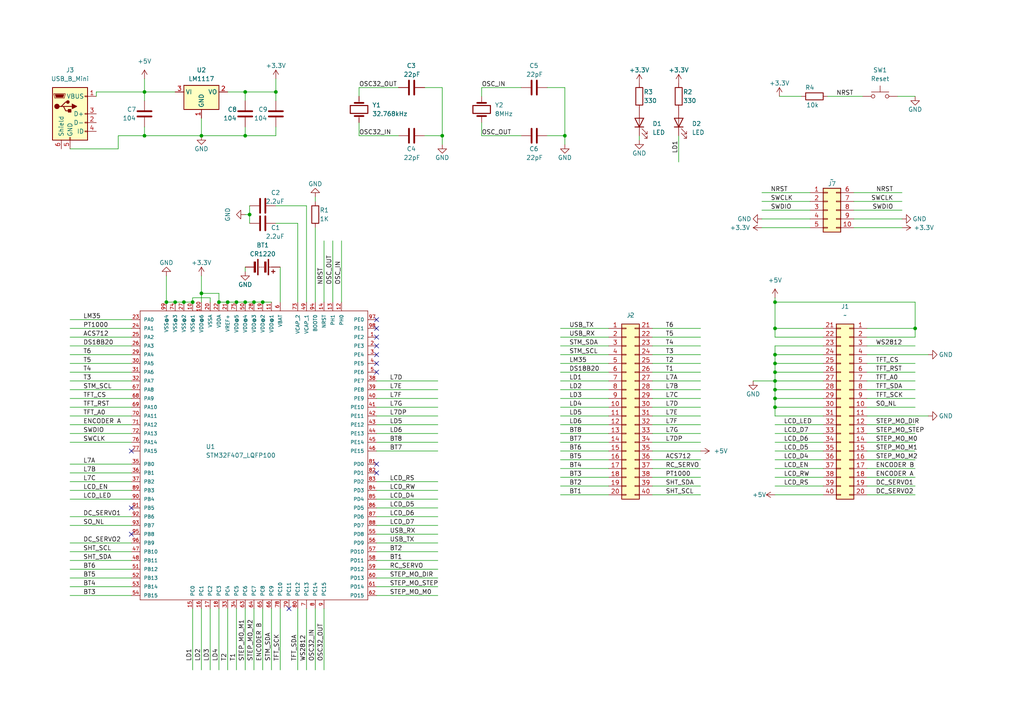
<source format=kicad_sch>
(kicad_sch (version 20231120) (generator "eeschema") (generator_version "8.0")
  (paper "A4")
  (lib_symbols
    (symbol "Connector:USB_B_Mini" (pin_names (offset 1.016))
      (property "Reference" "J" (at -5.08 11.43 0))
      (property "Value" "USB_B_Mini" (at -5.08 8.89 0))
      (symbol "USB_B_Mini_1_1"
        (pin power_out line (at 7.62 5.08 180) (length 2.54) (name "VBUS") (number "1"))
        (pin bidirectional line (at 7.62 -2.54 180) (length 2.54) (name "D-") (number "2"))
        (pin bidirectional line (at 7.62 0 180) (length 2.54) (name "D+") (number "3"))
        (pin passive line (at 7.62 -5.08 180) (length 2.54) (name "ID") (number "4"))
        (pin power_out line (at 0 -10.16 90) (length 2.54) (name "GND") (number "5"))
        (pin passive line (at -2.54 -10.16 90) (length 2.54) (name "Shield") (number "6"))
      )
    )
    (symbol "Connector_Generic:Conn_02x05_Top_Bottom" (pin_names (offset 1.016) hide)
      (property "Reference" "J" (at 1.27 7.62 0))
      (property "Value" "Conn_02x05_Top_Bottom" (at 1.27 -7.62 0))
      (symbol "Conn_02x05_Top_Bottom_1_1"
        (pin passive line (at -5.08 5.08 0) (length 3.81) (name "Pin_1") (number "1"))
        (pin passive line (at 7.62 -5.08 180) (length 3.81) (name "Pin_10") (number "10"))
        (pin passive line (at -5.08 2.54 0) (length 3.81) (name "Pin_2") (number "2"))
        (pin passive line (at -5.08 0 0) (length 3.81) (name "Pin_3") (number "3"))
        (pin passive line (at -5.08 -2.54 0) (length 3.81) (name "Pin_4") (number "4"))
        (pin passive line (at -5.08 -5.08 0) (length 3.81) (name "Pin_5") (number "5"))
        (pin passive line (at 7.62 5.08 180) (length 3.81) (name "Pin_6") (number "6"))
        (pin passive line (at 7.62 2.54 180) (length 3.81) (name "Pin_7") (number "7"))
        (pin passive line (at 7.62 0 180) (length 3.81) (name "Pin_8") (number "8"))
        (pin passive line (at 7.62 -2.54 180) (length 3.81) (name "Pin_9") (number "9"))
      )
    )
    (symbol "Connector_Generic:Conn_02x20_Top_Bottom" (pin_names (offset 1.016) hide)
      (property "Reference" "J" (at 1.27 25.4 0))
      (property "Value" "Conn_02x20_Top_Bottom" (at 1.27 -27.94 0))
      (symbol "Conn_02x20_Top_Bottom_1_1"
        (pin passive line (at -5.08 22.86 0) (length 3.81) (name "Pin_1") (number "1"))
        (pin passive line (at -5.08 0 0) (length 3.81) (name "Pin_10") (number "10"))
        (pin passive line (at -5.08 -2.54 0) (length 3.81) (name "Pin_11") (number "11"))
        (pin passive line (at -5.08 -5.08 0) (length 3.81) (name "Pin_12") (number "12"))
        (pin passive line (at -5.08 -7.62 0) (length 3.81) (name "Pin_13") (number "13"))
        (pin passive line (at -5.08 -10.16 0) (length 3.81) (name "Pin_14") (number "14"))
        (pin passive line (at -5.08 -12.7 0) (length 3.81) (name "Pin_15") (number "15"))
        (pin passive line (at -5.08 -15.24 0) (length 3.81) (name "Pin_16") (number "16"))
        (pin passive line (at -5.08 -17.78 0) (length 3.81) (name "Pin_17") (number "17"))
        (pin passive line (at -5.08 -20.32 0) (length 3.81) (name "Pin_18") (number "18"))
        (pin passive line (at -5.08 -22.86 0) (length 3.81) (name "Pin_19") (number "19"))
        (pin passive line (at -5.08 20.32 0) (length 3.81) (name "Pin_2") (number "2"))
        (pin passive line (at -5.08 -25.4 0) (length 3.81) (name "Pin_20") (number "20"))
        (pin passive line (at 7.62 22.86 180) (length 3.81) (name "Pin_21") (number "21"))
        (pin passive line (at 7.62 20.32 180) (length 3.81) (name "Pin_22") (number "22"))
        (pin passive line (at 7.62 17.78 180) (length 3.81) (name "Pin_23") (number "23"))
        (pin passive line (at 7.62 15.24 180) (length 3.81) (name "Pin_24") (number "24"))
        (pin passive line (at 7.62 12.7 180) (length 3.81) (name "Pin_25") (number "25"))
        (pin passive line (at 7.62 10.16 180) (length 3.81) (name "Pin_26") (number "26"))
        (pin passive line (at 7.62 7.62 180) (length 3.81) (name "Pin_27") (number "27"))
        (pin passive line (at 7.62 5.08 180) (length 3.81) (name "Pin_28") (number "28"))
        (pin passive line (at 7.62 2.54 180) (length 3.81) (name "Pin_29") (number "29"))
        (pin passive line (at -5.08 17.78 0) (length 3.81) (name "Pin_3") (number "3"))
        (pin passive line (at 7.62 0 180) (length 3.81) (name "Pin_30") (number "30"))
        (pin passive line (at 7.62 -2.54 180) (length 3.81) (name "Pin_31") (number "31"))
        (pin passive line (at 7.62 -5.08 180) (length 3.81) (name "Pin_32") (number "32"))
        (pin passive line (at 7.62 -7.62 180) (length 3.81) (name "Pin_33") (number "33"))
        (pin passive line (at 7.62 -10.16 180) (length 3.81) (name "Pin_34") (number "34"))
        (pin passive line (at 7.62 -12.7 180) (length 3.81) (name "Pin_35") (number "35"))
        (pin passive line (at 7.62 -15.24 180) (length 3.81) (name "Pin_36") (number "36"))
        (pin passive line (at 7.62 -17.78 180) (length 3.81) (name "Pin_37") (number "37"))
        (pin passive line (at 7.62 -20.32 180) (length 3.81) (name "Pin_38") (number "38"))
        (pin passive line (at 7.62 -22.86 180) (length 3.81) (name "Pin_39") (number "39"))
        (pin passive line (at -5.08 15.24 0) (length 3.81) (name "Pin_4") (number "4"))
        (pin passive line (at 7.62 -25.4 180) (length 3.81) (name "Pin_40") (number "40"))
        (pin passive line (at -5.08 12.7 0) (length 3.81) (name "Pin_5") (number "5"))
        (pin passive line (at -5.08 10.16 0) (length 3.81) (name "Pin_6") (number "6"))
        (pin passive line (at -5.08 7.62 0) (length 3.81) (name "Pin_7") (number "7"))
        (pin passive line (at -5.08 5.08 0) (length 3.81) (name "Pin_8") (number "8"))
        (pin passive line (at -5.08 2.54 0) (length 3.81) (name "Pin_9") (number "9"))
      )
    )
    (symbol "Device:Battery" (pin_numbers hide) (pin_names (offset 0) hide)
      (property "Reference" "BT" (at 2.54 2.54 0))
      (property "Value" "Battery" (at 2.54 0 0))
      (symbol "Battery_1_1"
        (pin passive line (at 0 5.08 270) (length 2.54) (name "+") (number "+"))
        (pin passive line (at 0 -5.08 90) (length 2.54) (name "-") (number "-"))
      )
    )
    (symbol "Device:C" (pin_numbers hide) (pin_names (offset 0.254))
      (property "Reference" "C" (at 0.635 2.54 0))
      (property "Value" "C" (at 0.635 -2.54 0))
      (symbol "C_1_1"
        (pin passive line (at 0 3.81 270) (length 2.794) (name "~") (number "1"))
        (pin passive line (at 0 -3.81 90) (length 2.794) (name "~") (number "2"))
      )
    )
    (symbol "Device:Crystal" (pin_numbers hide) (pin_names (offset 1.016) hide)
      (property "Reference" "Y" (at 0 3.81 0))
      (property "Value" "Crystal" (at 0 -3.81 0))
      (symbol "Crystal_1_1"
        (pin passive line (at -3.81 0 0) (length 1.27) (name "1") (number "1"))
        (pin passive line (at 3.81 0 180) (length 1.27) (name "2") (number "2"))
      )
    )
    (symbol "Device:LED" (pin_numbers hide) (pin_names (offset 1.016) hide)
      (property "Reference" "D" (at 0 2.54 0))
      (property "Value" "LED" (at 0 -2.54 0))
      (symbol "LED_1_1"
        (pin passive line (at -3.81 0 0) (length 2.54) (name "K") (number "1"))
        (pin passive line (at 3.81 0 180) (length 2.54) (name "A") (number "2"))
      )
    )
    (symbol "Device:R" (pin_numbers hide) (pin_names (offset 0))
      (property "Reference" "R" (at 2.032 0 90))
      (property "Value" "R" (at 0 0 90))
      (symbol "R_1_1"
        (pin passive line (at 0 3.81 270) (length 1.27) (name "~") (number "1"))
        (pin passive line (at 0 -3.81 90) (length 1.27) (name "~") (number "2"))
      )
    )
    (symbol "MCU-STM32F407VET6_LQFP100_:MCU-STM32F407VET6_LQFP100_" (pin_names (offset 1.016))
      (property "Reference" "U" (at -33.0701 43.2455 0))
      (symbol "MCU-STM32F407VET6_LQFP100__0_0"
        (pin bidirectional line (at 35.56 35.56 180) (length 2.54) (name "PE2") (number "1"))
        (pin bidirectional line (at -17.78 45.72 270) (length 2.54) (name "VSS@1") (number "10"))
        (pin bidirectional line (at -15.24 45.72 270) (length 2.54) (name "VDD@6") (number "100"))
        (pin bidirectional line (at 5.08 45.72 270) (length 2.54) (name "VDD@1") (number "11"))
        (pin bidirectional line (at 25.4 45.72 270) (length 2.54) (name "PH0") (number "12"))
        (pin bidirectional line (at 22.86 45.72 270) (length 2.54) (name "PH1") (number "13"))
        (pin bidirectional line (at 20.32 45.72 270) (length 2.54) (name "NRST") (number "14"))
        (pin bidirectional line (at -17.78 -43.18 90) (length 2.54) (name "PC0") (number "15"))
        (pin bidirectional line (at -15.24 -43.18 90) (length 2.54) (name "PC1") (number "16"))
        (pin bidirectional line (at -12.7 -43.18 90) (length 2.54) (name "PC2") (number "17"))
        (pin bidirectional line (at -10.16 -43.18 90) (length 2.54) (name "PC3") (number "18"))
        (pin bidirectional line (at 2.54 45.72 270) (length 2.54) (name "VDD@2") (number "19"))
        (pin bidirectional line (at 35.56 33.02 180) (length 2.54) (name "PE3") (number "2"))
        (pin bidirectional line (at -12.7 45.72 270) (length 2.54) (name "VSSA") (number "20"))
        (pin bidirectional line (at -7.62 45.72 270) (length 2.54) (name "VREF+") (number "21"))
        (pin bidirectional line (at -10.16 45.72 270) (length 2.54) (name "VDDA") (number "22"))
        (pin bidirectional line (at -35.56 40.64 0) (length 2.54) (name "PA0") (number "23"))
        (pin bidirectional line (at -35.56 38.1 0) (length 2.54) (name "PA1") (number "24"))
        (pin bidirectional line (at -35.56 35.56 0) (length 2.54) (name "PA2") (number "25"))
        (pin bidirectional line (at -35.56 33.02 0) (length 2.54) (name "PA3") (number "26"))
        (pin bidirectional line (at -20.32 45.72 270) (length 2.54) (name "VSS@2") (number "27"))
        (pin bidirectional line (at 0 45.72 270) (length 2.54) (name "VDD@3") (number "28"))
        (pin bidirectional line (at -35.56 30.48 0) (length 2.54) (name "PA4") (number "29"))
        (pin bidirectional line (at 35.56 30.48 180) (length 2.54) (name "PE4") (number "3"))
        (pin bidirectional line (at -35.56 27.94 0) (length 2.54) (name "PA5") (number "30"))
        (pin bidirectional line (at -35.56 25.4 0) (length 2.54) (name "PA6") (number "31"))
        (pin bidirectional line (at -35.56 22.86 0) (length 2.54) (name "PA7") (number "32"))
        (pin bidirectional line (at -7.62 -43.18 90) (length 2.54) (name "PC4") (number "33"))
        (pin bidirectional line (at -5.08 -43.18 90) (length 2.54) (name "PC5") (number "34"))
        (pin bidirectional line (at -35.56 -1.27 0) (length 2.54) (name "PB0") (number "35"))
        (pin bidirectional line (at -35.56 -3.81 0) (length 2.54) (name "PB1") (number "36"))
        (pin bidirectional line (at -35.56 -6.35 0) (length 2.54) (name "PB2") (number "37"))
        (pin bidirectional line (at 35.56 22.86 180) (length 2.54) (name "PE7") (number "38"))
        (pin bidirectional line (at 35.56 20.32 180) (length 2.54) (name "PE8") (number "39"))
        (pin bidirectional line (at 35.56 27.94 180) (length 2.54) (name "PE5") (number "4"))
        (pin bidirectional line (at 35.56 17.78 180) (length 2.54) (name "PE9") (number "40"))
        (pin bidirectional line (at 35.56 15.24 180) (length 2.54) (name "PE10") (number "41"))
        (pin bidirectional line (at 35.56 12.7 180) (length 2.54) (name "PE11") (number "42"))
        (pin bidirectional line (at 35.56 10.16 180) (length 2.54) (name "PE12") (number "43"))
        (pin bidirectional line (at 35.56 7.62 180) (length 2.54) (name "PE13") (number "44"))
        (pin bidirectional line (at 35.56 5.08 180) (length 2.54) (name "PE14") (number "45"))
        (pin bidirectional line (at 35.56 2.54 180) (length 2.54) (name "PE15") (number "46"))
        (pin bidirectional line (at -35.56 -26.67 0) (length 2.54) (name "PB10") (number "47"))
        (pin bidirectional line (at -35.56 -29.21 0) (length 2.54) (name "PB11") (number "48"))
        (pin bidirectional line (at 15.24 45.72 270) (length 2.54) (name "VCAP_1") (number "49"))
        (pin bidirectional line (at 35.56 25.4 180) (length 2.54) (name "PE6") (number "5"))
        (pin bidirectional line (at -2.54 45.72 270) (length 2.54) (name "VDD@4") (number "50"))
        (pin bidirectional line (at -35.56 -31.75 0) (length 2.54) (name "PB12") (number "51"))
        (pin bidirectional line (at -35.56 -34.29 0) (length 2.54) (name "PB13") (number "52"))
        (pin bidirectional line (at -35.56 -36.83 0) (length 2.54) (name "PB14") (number "53"))
        (pin bidirectional line (at -35.56 -39.37 0) (length 2.54) (name "PB15") (number "54"))
        (pin bidirectional line (at 35.56 -21.59 180) (length 2.54) (name "PD8") (number "55"))
        (pin bidirectional line (at 35.56 -24.13 180) (length 2.54) (name "PD9") (number "56"))
        (pin bidirectional line (at 35.56 -26.67 180) (length 2.54) (name "PD10") (number "57"))
        (pin bidirectional line (at 35.56 -29.21 180) (length 2.54) (name "PD11") (number "58"))
        (pin bidirectional line (at 35.56 -31.75 180) (length 2.54) (name "PD12") (number "59"))
        (pin bidirectional line (at 7.62 45.72 270) (length 2.54) (name "VBAT") (number "6"))
        (pin bidirectional line (at 35.56 -34.29 180) (length 2.54) (name "PD13") (number "60"))
        (pin bidirectional line (at 35.56 -36.83 180) (length 2.54) (name "PD14") (number "61"))
        (pin bidirectional line (at 35.56 -39.37 180) (length 2.54) (name "PD15") (number "62"))
        (pin bidirectional line (at -2.54 -43.18 90) (length 2.54) (name "PC6") (number "63"))
        (pin bidirectional line (at 0 -43.18 90) (length 2.54) (name "PC7") (number "64"))
        (pin bidirectional line (at 2.54 -43.18 90) (length 2.54) (name "PC8") (number "65"))
        (pin bidirectional line (at 5.08 -43.18 90) (length 2.54) (name "PC9") (number "66"))
        (pin bidirectional line (at -35.56 20.32 0) (length 2.54) (name "PA8") (number "67"))
        (pin bidirectional line (at -35.56 17.78 0) (length 2.54) (name "PA9") (number "68"))
        (pin bidirectional line (at -35.56 15.24 0) (length 2.54) (name "PA10") (number "69"))
        (pin bidirectional line (at 15.24 -43.18 90) (length 2.54) (name "PC13") (number "7"))
        (pin bidirectional line (at -35.56 12.7 0) (length 2.54) (name "PA11") (number "70"))
        (pin bidirectional line (at -35.56 10.16 0) (length 2.54) (name "PA12") (number "71"))
        (pin bidirectional line (at -35.56 7.62 0) (length 2.54) (name "PA13") (number "72"))
        (pin bidirectional line (at 12.7 45.72 270) (length 2.54) (name "VCAP_2") (number "73"))
        (pin bidirectional line (at -22.86 45.72 270) (length 2.54) (name "VSS@3") (number "74"))
        (pin bidirectional line (at -5.08 45.72 270) (length 2.54) (name "VDD@5") (number "75"))
        (pin bidirectional line (at -35.56 5.08 0) (length 2.54) (name "PA14") (number "76"))
        (pin bidirectional line (at -35.56 2.54 0) (length 2.54) (name "PA15") (number "77"))
        (pin bidirectional line (at 7.62 -43.18 90) (length 2.54) (name "PC10") (number "78"))
        (pin bidirectional line (at 10.16 -43.18 90) (length 2.54) (name "PC11") (number "79"))
        (pin bidirectional line (at 17.78 -43.18 90) (length 2.54) (name "PC14") (number "8"))
        (pin bidirectional line (at 12.7 -43.18 90) (length 2.54) (name "PC12") (number "80"))
        (pin bidirectional line (at 35.56 -1.27 180) (length 2.54) (name "PD0") (number "81"))
        (pin bidirectional line (at 35.56 -3.81 180) (length 2.54) (name "PD1") (number "82"))
        (pin bidirectional line (at 35.56 -6.35 180) (length 2.54) (name "PD2") (number "83"))
        (pin bidirectional line (at 35.56 -8.89 180) (length 2.54) (name "PD3") (number "84"))
        (pin bidirectional line (at 35.56 -11.43 180) (length 2.54) (name "PD4") (number "85"))
        (pin bidirectional line (at 35.56 -13.97 180) (length 2.54) (name "PD5") (number "86"))
        (pin bidirectional line (at 35.56 -16.51 180) (length 2.54) (name "PD6") (number "87"))
        (pin bidirectional line (at 35.56 -19.05 180) (length 2.54) (name "PD7") (number "88"))
        (pin bidirectional line (at -35.56 -8.89 0) (length 2.54) (name "PB3") (number "89"))
        (pin bidirectional line (at 20.32 -43.18 90) (length 2.54) (name "PC15") (number "9"))
        (pin bidirectional line (at -35.56 -11.43 0) (length 2.54) (name "PB4") (number "90"))
        (pin bidirectional line (at -35.56 -13.97 0) (length 2.54) (name "PB5") (number "91"))
        (pin bidirectional line (at -35.56 -16.51 0) (length 2.54) (name "PB6") (number "92"))
        (pin bidirectional line (at -35.56 -19.05 0) (length 2.54) (name "PB7") (number "93"))
        (pin bidirectional line (at 17.78 45.72 270) (length 2.54) (name "BOOT0") (number "94"))
        (pin bidirectional line (at -35.56 -21.59 0) (length 2.54) (name "PB8") (number "95"))
        (pin bidirectional line (at -35.56 -24.13 0) (length 2.54) (name "PB9") (number "96"))
        (pin bidirectional line (at 35.56 40.64 180) (length 2.54) (name "PE0") (number "97"))
        (pin bidirectional line (at 35.56 38.1 180) (length 2.54) (name "PE1") (number "98"))
        (pin bidirectional line (at -25.4 45.72 270) (length 2.54) (name "VSS@4") (number "99"))
      )
    )
    (symbol "Regulator_Linear:LM1117MP-1.8"
      (property "Reference" "U" (at -3.81 3.175 0))
      (property "Value" "LM1117MP-1.8" (at 0 3.175 0))
      (symbol "LM1117MP-1.8_1_1"
        (pin power_in line (at 0 -7.62 90) (length 2.54) (name "GND") (number "1"))
        (pin power_out line (at 7.62 0 180) (length 2.54) (name "VO") (number "2"))
        (pin power_in line (at -7.62 0 0) (length 2.54) (name "VI") (number "3"))
      )
    )
    (symbol "Switch:SW_Push" (pin_numbers hide) (pin_names (offset 1.016) hide)
      (property "Reference" "SW" (at 1.27 2.54 0))
      (property "Value" "SW_Push" (at 0 -1.524 0))
      (symbol "SW_Push_0_1"
        (pin passive line (at -5.08 0 0) (length 2.54) (name "1") (number "1"))
        (pin passive line (at 5.08 0 180) (length 2.54) (name "2") (number "2"))
      )
    )
    (symbol "power:+3.3V" (power) (pin_names (offset 0))
      (property "Value" "+3.3V" (at 0 3.556 0))
      (symbol "+3.3V_1_1"
        (pin power_in line (at 0 0 90) (length 0) hide (name "+3.3V") (number "1"))
      )
    )
    (symbol "power:+5V" (power) (pin_names (offset 0))
      (property "Value" "+5V" (at 0 3.556 0))
      (symbol "+5V_1_1"
        (pin power_in line (at 0 0 90) (length 0) hide (name "+5V") (number "1"))
      )
    )
    (symbol "power:GND" (power) (pin_names (offset 0))
      (property "Value" "GND" (at 0 -3.81 0))
      (symbol "GND_1_1"
        (pin power_in line (at 0 0 270) (length 0) hide (name "GND") (number "1"))
      )
    )
  )
  (junction (at 224.79 105.41))
  (junction (at 66.04 87.63))
  (junction (at 68.58 87.63))
  (junction (at 224.79 95.25))
  (junction (at 224.79 102.87))
  (junction (at 71.12 87.63))
  (junction (at 63.5 87.63))
  (junction (at 48.26 87.63))
  (junction (at 224.79 115.57))
  (junction (at 71.12 39.37))
  (junction (at 80.01 26.67))
  (junction (at 55.88 87.63))
  (junction (at 73.66 87.63))
  (junction (at 224.79 107.95))
  (junction (at 53.34 87.63))
  (junction (at 76.2 87.63))
  (junction (at 41.91 39.37))
  (junction (at 224.79 118.11))
  (junction (at 72.39 62.23))
  (junction (at 265.43 95.25))
  (junction (at 71.12 26.67))
  (junction (at 224.79 87.63))
  (junction (at 41.91 26.67))
  (junction (at 58.42 39.37))
  (junction (at 58.42 85.09))
  (junction (at 128.27 39.37))
  (junction (at 163.83 39.37))
  (junction (at 224.79 113.03))
  (junction (at 50.8 87.63))
  (junction (at 224.79 110.49))
  (no_connect (at 109.22 97.79))
  (no_connect (at 109.22 100.33))
  (no_connect (at 109.22 137.16))
  (no_connect (at 38.1 154.94))
  (no_connect (at 109.22 107.95))
  (no_connect (at 109.22 95.25))
  (no_connect (at 83.82 176.53))
  (no_connect (at 109.22 105.41))
  (no_connect (at 109.22 134.62))
  (no_connect (at 38.1 130.81))
  (no_connect (at 109.22 102.87))
  (no_connect (at 38.1 147.32))
  (no_connect (at 109.22 92.71))
  (wire (pts (xy 251.46 143.51) (xy 265.43 143.51)))
  (wire (pts (xy 224.79 113.03) (xy 224.79 115.57)))
  (wire (pts (xy 109.22 130.81) (xy 127 130.81)))
  (wire (pts (xy 162.56 120.65) (xy 176.53 120.65)))
  (wire (pts (xy 66.04 176.53) (xy 66.04 194.31)))
  (wire (pts (xy 189.23 135.89) (xy 203.2 135.89)))
  (wire (pts (xy 27.94 26.67) (xy 41.91 26.67)))
  (wire (pts (xy 50.8 87.63) (xy 53.34 87.63)))
  (wire (pts (xy 58.42 85.09) (xy 58.42 87.63)))
  (wire (pts (xy 224.79 110.49) (xy 238.76 110.49)))
  (wire (pts (xy 158.75 25.4) (xy 163.83 25.4)))
  (wire (pts (xy 224.79 102.87) (xy 224.79 105.41)))
  (wire (pts (xy 224.79 105.41) (xy 224.79 107.95)))
  (wire (pts (xy 189.23 120.65) (xy 203.2 120.65)))
  (wire (pts (xy 261.62 60.96) (xy 247.65 60.96)))
  (wire (pts (xy 162.56 138.43) (xy 176.53 138.43)))
  (wire (pts (xy 63.5 87.63) (xy 66.04 87.63)))
  (wire (pts (xy 220.98 58.42) (xy 234.95 58.42)))
  (wire (pts (xy 38.1 139.7) (xy 20.32 139.7)))
  (wire (pts (xy 93.98 176.53) (xy 93.98 194.31)))
  (wire (pts (xy 162.56 110.49) (xy 176.53 110.49)))
  (wire (pts (xy 189.23 115.57) (xy 203.2 115.57)))
  (wire (pts (xy 139.7 25.4) (xy 151.13 25.4)))
  (wire (pts (xy 48.26 87.63) (xy 50.8 87.63)))
  (wire (pts (xy 251.46 140.97) (xy 265.43 140.97)))
  (wire (pts (xy 38.1 128.27) (xy 20.32 128.27)))
  (wire (pts (xy 251.46 113.03) (xy 265.43 113.03)))
  (wire (pts (xy 128.27 39.37) (xy 128.27 41.91)))
  (wire (pts (xy 109.22 115.57) (xy 127 115.57)))
  (wire (pts (xy 109.22 118.11) (xy 127 118.11)))
  (wire (pts (xy 38.1 92.71) (xy 20.32 92.71)))
  (wire (pts (xy 71.12 78.74) (xy 71.12 77.47)))
  (wire (pts (xy 251.46 133.35) (xy 265.43 133.35)))
  (wire (pts (xy 224.79 100.33) (xy 224.79 102.87)))
  (wire (pts (xy 60.96 87.63) (xy 60.96 86.36)))
  (wire (pts (xy 251.46 110.49) (xy 265.43 110.49)))
  (wire (pts (xy 240.03 27.94) (xy 250.19 27.94)))
  (wire (pts (xy 88.9 87.63) (xy 88.9 59.69)))
  (wire (pts (xy 38.1 97.79) (xy 20.32 97.79)))
  (wire (pts (xy 109.22 157.48) (xy 127 157.48)))
  (wire (pts (xy 224.79 118.11) (xy 224.79 120.65)))
  (wire (pts (xy 72.39 62.23) (xy 72.39 59.69)))
  (wire (pts (xy 224.79 100.33) (xy 238.76 100.33)))
  (wire (pts (xy 163.83 39.37) (xy 158.75 39.37)))
  (wire (pts (xy 265.43 95.25) (xy 265.43 97.79)))
  (wire (pts (xy 251.46 95.25) (xy 265.43 95.25)))
  (wire (pts (xy 189.23 128.27) (xy 203.2 128.27)))
  (wire (pts (xy 71.12 62.23) (xy 72.39 62.23)))
  (wire (pts (xy 224.79 135.89) (xy 238.76 135.89)))
  (wire (pts (xy 41.91 26.67) (xy 41.91 29.21)))
  (wire (pts (xy 73.66 87.63) (xy 76.2 87.63)))
  (wire (pts (xy 38.1 125.73) (xy 20.32 125.73)))
  (wire (pts (xy 189.23 125.73) (xy 203.2 125.73)))
  (wire (pts (xy 224.79 87.63) (xy 224.79 95.25)))
  (wire (pts (xy 60.96 86.36) (xy 55.88 86.36)))
  (wire (pts (xy 185.42 40.64) (xy 185.42 39.37)))
  (wire (pts (xy 76.2 87.63) (xy 78.74 87.63)))
  (wire (pts (xy 224.79 107.95) (xy 224.79 110.49)))
  (wire (pts (xy 251.46 135.89) (xy 265.43 135.89)))
  (wire (pts (xy 251.46 120.65) (xy 269.24 120.65)))
  (wire (pts (xy 251.46 107.95) (xy 265.43 107.95)))
  (wire (pts (xy 27.94 27.94) (xy 27.94 26.67)))
  (wire (pts (xy 81.28 77.47) (xy 81.28 87.63)))
  (wire (pts (xy 162.56 113.03) (xy 176.53 113.03)))
  (wire (pts (xy 41.91 26.67) (xy 50.8 26.67)))
  (wire (pts (xy 251.46 102.87) (xy 269.24 102.87)))
  (wire (pts (xy 58.42 176.53) (xy 58.42 194.31)))
  (wire (pts (xy 109.22 160.02) (xy 127 160.02)))
  (wire (pts (xy 38.1 157.48) (xy 20.32 157.48)))
  (wire (pts (xy 224.79 102.87) (xy 238.76 102.87)))
  (wire (pts (xy 128.27 25.4) (xy 128.27 39.37)))
  (wire (pts (xy 251.46 115.57) (xy 265.43 115.57)))
  (wire (pts (xy 128.27 39.37) (xy 123.19 39.37)))
  (wire (pts (xy 38.1 165.1) (xy 20.32 165.1)))
  (wire (pts (xy 189.23 100.33) (xy 203.2 100.33)))
  (wire (pts (xy 68.58 176.53) (xy 68.58 194.31)))
  (wire (pts (xy 38.1 120.65) (xy 20.32 120.65)))
  (wire (pts (xy 99.06 69.85) (xy 99.06 87.63)))
  (wire (pts (xy 109.22 165.1) (xy 127 165.1)))
  (wire (pts (xy 38.1 100.33) (xy 20.32 100.33)))
  (wire (pts (xy 71.12 87.63) (xy 73.66 87.63)))
  (wire (pts (xy 224.79 113.03) (xy 238.76 113.03)))
  (wire (pts (xy 41.91 39.37) (xy 58.42 39.37)))
  (wire (pts (xy 162.56 107.95) (xy 176.53 107.95)))
  (wire (pts (xy 68.58 87.63) (xy 71.12 87.63)))
  (wire (pts (xy 109.22 123.19) (xy 127 123.19)))
  (wire (pts (xy 189.23 123.19) (xy 203.2 123.19)))
  (wire (pts (xy 109.22 154.94) (xy 127 154.94)))
  (wire (pts (xy 78.74 176.53) (xy 78.74 194.31)))
  (wire (pts (xy 109.22 167.64) (xy 127 167.64)))
  (wire (pts (xy 189.23 133.35) (xy 203.2 133.35)))
  (wire (pts (xy 220.98 63.5) (xy 234.95 63.5)))
  (wire (pts (xy 38.1 142.24) (xy 20.32 142.24)))
  (wire (pts (xy 71.12 36.83) (xy 71.12 39.37)))
  (wire (pts (xy 261.62 66.04) (xy 247.65 66.04)))
  (wire (pts (xy 38.1 134.62) (xy 20.32 134.62)))
  (wire (pts (xy 109.22 144.78) (xy 127 144.78)))
  (wire (pts (xy 220.98 66.04) (xy 234.95 66.04)))
  (wire (pts (xy 38.1 113.03) (xy 20.32 113.03)))
  (wire (pts (xy 109.22 162.56) (xy 127 162.56)))
  (wire (pts (xy 72.39 64.77) (xy 72.39 62.23)))
  (wire (pts (xy 71.12 176.53) (xy 71.12 194.31)))
  (wire (pts (xy 251.46 123.19) (xy 265.43 123.19)))
  (wire (pts (xy 109.22 149.86) (xy 127 149.86)))
  (wire (pts (xy 224.79 107.95) (xy 238.76 107.95)))
  (wire (pts (xy 162.56 97.79) (xy 176.53 97.79)))
  (wire (pts (xy 139.7 27.94) (xy 139.7 25.4)))
  (wire (pts (xy 162.56 130.81) (xy 176.53 130.81)))
  (wire (pts (xy 189.23 105.41) (xy 203.2 105.41)))
  (wire (pts (xy 162.56 105.41) (xy 176.53 105.41)))
  (wire (pts (xy 251.46 138.43) (xy 265.43 138.43)))
  (wire (pts (xy 38.1 118.11) (xy 20.32 118.11)))
  (wire (pts (xy 189.23 140.97) (xy 203.2 140.97)))
  (wire (pts (xy 91.44 176.53) (xy 91.44 194.31)))
  (wire (pts (xy 38.1 167.64) (xy 20.32 167.64)))
  (wire (pts (xy 251.46 118.11) (xy 265.43 118.11)))
  (wire (pts (xy 251.46 97.79) (xy 265.43 97.79)))
  (wire (pts (xy 109.22 125.73) (xy 127 125.73)))
  (wire (pts (xy 220.98 60.96) (xy 234.95 60.96)))
  (wire (pts (xy 104.14 39.37) (xy 115.57 39.37)))
  (wire (pts (xy 88.9 59.69) (xy 80.01 59.69)))
  (wire (pts (xy 104.14 27.94) (xy 104.14 25.4)))
  (wire (pts (xy 109.22 152.4) (xy 127 152.4)))
  (wire (pts (xy 189.23 95.25) (xy 203.2 95.25)))
  (wire (pts (xy 224.79 95.25) (xy 224.79 97.79)))
  (wire (pts (xy 20.32 43.18) (xy 34.29 43.18)))
  (wire (pts (xy 34.29 43.18) (xy 34.29 39.37)))
  (wire (pts (xy 162.56 143.51) (xy 176.53 143.51)))
  (wire (pts (xy 109.22 120.65) (xy 127 120.65)))
  (wire (pts (xy 162.56 135.89) (xy 176.53 135.89)))
  (wire (pts (xy 38.1 152.4) (xy 20.32 152.4)))
  (wire (pts (xy 38.1 172.72) (xy 20.32 172.72)))
  (wire (pts (xy 261.62 58.42) (xy 247.65 58.42)))
  (wire (pts (xy 34.29 39.37) (xy 41.91 39.37)))
  (wire (pts (xy 80.01 36.83) (xy 80.01 39.37)))
  (wire (pts (xy 71.12 26.67) (xy 80.01 26.67)))
  (wire (pts (xy 224.79 115.57) (xy 238.76 115.57)))
  (wire (pts (xy 251.46 128.27) (xy 265.43 128.27)))
  (wire (pts (xy 162.56 115.57) (xy 176.53 115.57)))
  (wire (pts (xy 189.23 130.81) (xy 203.2 130.81)))
  (wire (pts (xy 220.98 55.88) (xy 234.95 55.88)))
  (wire (pts (xy 224.79 130.81) (xy 238.76 130.81)))
  (wire (pts (xy 91.44 57.15) (xy 91.44 58.42)))
  (wire (pts (xy 224.79 105.41) (xy 238.76 105.41)))
  (wire (pts (xy 163.83 25.4) (xy 163.83 39.37)))
  (wire (pts (xy 71.12 29.21) (xy 71.12 26.67)))
  (wire (pts (xy 109.22 172.72) (xy 127 172.72)))
  (wire (pts (xy 60.96 176.53) (xy 60.96 194.31)))
  (wire (pts (xy 224.79 138.43) (xy 238.76 138.43)))
  (wire (pts (xy 81.28 176.53) (xy 81.28 194.31)))
  (wire (pts (xy 41.91 22.86) (xy 41.91 26.67)))
  (wire (pts (xy 86.36 87.63) (xy 86.36 64.77)))
  (wire (pts (xy 265.43 87.63) (xy 224.79 87.63)))
  (wire (pts (xy 80.01 26.67) (xy 80.01 29.21)))
  (wire (pts (xy 189.23 113.03) (xy 203.2 113.03)))
  (wire (pts (xy 224.79 125.73) (xy 238.76 125.73)))
  (wire (pts (xy 123.19 25.4) (xy 128.27 25.4)))
  (wire (pts (xy 80.01 22.86) (xy 80.01 26.67)))
  (wire (pts (xy 251.46 125.73) (xy 265.43 125.73)))
  (wire (pts (xy 71.12 39.37) (xy 58.42 39.37)))
  (wire (pts (xy 224.79 143.51) (xy 238.76 143.51)))
  (wire (pts (xy 163.83 39.37) (xy 163.83 41.91)))
  (wire (pts (xy 251.46 100.33) (xy 265.43 100.33)))
  (wire (pts (xy 55.88 86.36) (xy 55.88 87.63)))
  (wire (pts (xy 38.1 95.25) (xy 20.32 95.25)))
  (wire (pts (xy 224.79 115.57) (xy 224.79 118.11)))
  (wire (pts (xy 162.56 133.35) (xy 176.53 133.35)))
  (wire (pts (xy 38.1 123.19) (xy 20.32 123.19)))
  (wire (pts (xy 109.22 170.18) (xy 127 170.18)))
  (wire (pts (xy 86.36 64.77) (xy 80.01 64.77)))
  (wire (pts (xy 104.14 35.56) (xy 104.14 39.37)))
  (wire (pts (xy 66.04 87.63) (xy 68.58 87.63)))
  (wire (pts (xy 96.52 69.85) (xy 96.52 87.63)))
  (wire (pts (xy 162.56 118.11) (xy 176.53 118.11)))
  (wire (pts (xy 58.42 34.29) (xy 58.42 39.37)))
  (wire (pts (xy 38.1 162.56) (xy 20.32 162.56)))
  (wire (pts (xy 58.42 80.01) (xy 58.42 85.09)))
  (wire (pts (xy 38.1 115.57) (xy 20.32 115.57)))
  (wire (pts (xy 224.79 87.63) (xy 224.79 86.36)))
  (wire (pts (xy 48.26 80.01) (xy 48.26 87.63)))
  (wire (pts (xy 251.46 130.81) (xy 265.43 130.81)))
  (wire (pts (xy 139.7 39.37) (xy 151.13 39.37)))
  (wire (pts (xy 38.1 107.95) (xy 20.32 107.95)))
  (wire (pts (xy 73.66 176.53) (xy 73.66 194.31)))
  (wire (pts (xy 224.79 110.49) (xy 224.79 113.03)))
  (wire (pts (xy 261.62 55.88) (xy 247.65 55.88)))
  (wire (pts (xy 38.1 149.86) (xy 20.32 149.86)))
  (wire (pts (xy 218.44 110.49) (xy 224.79 110.49)))
  (wire (pts (xy 189.23 143.51) (xy 203.2 143.51)))
  (wire (pts (xy 189.23 138.43) (xy 203.2 138.43)))
  (wire (pts (xy 38.1 170.18) (xy 20.32 170.18)))
  (wire (pts (xy 224.79 118.11) (xy 238.76 118.11)))
  (wire (pts (xy 162.56 128.27) (xy 176.53 128.27)))
  (wire (pts (xy 162.56 125.73) (xy 176.53 125.73)))
  (wire (pts (xy 261.62 63.5) (xy 247.65 63.5)))
  (wire (pts (xy 162.56 140.97) (xy 176.53 140.97)))
  (wire (pts (xy 224.79 120.65) (xy 238.76 120.65)))
  (wire (pts (xy 76.2 176.53) (xy 76.2 194.31)))
  (wire (pts (xy 224.79 123.19) (xy 238.76 123.19)))
  (wire (pts (xy 109.22 147.32) (xy 127 147.32)))
  (wire (pts (xy 88.9 176.53) (xy 88.9 194.31)))
  (wire (pts (xy 109.22 142.24) (xy 127 142.24)))
  (wire (pts (xy 58.42 85.09) (xy 63.5 85.09)))
  (wire (pts (xy 189.23 118.11) (xy 203.2 118.11)))
  (wire (pts (xy 251.46 105.41) (xy 265.43 105.41)))
  (wire (pts (xy 139.7 35.56) (xy 139.7 39.37)))
  (wire (pts (xy 55.88 176.53) (xy 55.88 194.31)))
  (wire (pts (xy 109.22 113.03) (xy 127 113.03)))
  (wire (pts (xy 63.5 176.53) (xy 63.5 194.31)))
  (wire (pts (xy 196.85 39.37) (xy 196.85 46.99)))
  (wire (pts (xy 224.79 97.79) (xy 238.76 97.79)))
  (wire (pts (xy 189.23 102.87) (xy 203.2 102.87)))
  (wire (pts (xy 189.23 97.79) (xy 203.2 97.79)))
  (wire (pts (xy 162.56 123.19) (xy 176.53 123.19)))
  (wire (pts (xy 41.91 36.83) (xy 41.91 39.37)))
  (wire (pts (xy 189.23 107.95) (xy 203.2 107.95)))
  (wire (pts (xy 38.1 105.41) (xy 20.32 105.41)))
  (wire (pts (xy 109.22 128.27) (xy 127 128.27)))
  (wire (pts (xy 38.1 160.02) (xy 20.32 160.02)))
  (wire (pts (xy 38.1 102.87) (xy 20.32 102.87)))
  (wire (pts (xy 109.22 110.49) (xy 127 110.49)))
  (wire (pts (xy 265.43 95.25) (xy 265.43 87.63)))
  (wire (pts (xy 38.1 137.16) (xy 20.32 137.16)))
  (wire (pts (xy 224.79 140.97) (xy 238.76 140.97)))
  (wire (pts (xy 162.56 102.87) (xy 176.53 102.87)))
  (wire (pts (xy 109.22 139.7) (xy 127 139.7)))
  (wire (pts (xy 93.98 69.85) (xy 93.98 87.63)))
  (wire (pts (xy 91.44 66.04) (xy 91.44 87.63)))
  (wire (pts (xy 162.56 100.33) (xy 176.53 100.33)))
  (wire (pts (xy 63.5 87.63) (xy 63.5 85.09)))
  (wire (pts (xy 224.79 128.27) (xy 238.76 128.27)))
  (wire (pts (xy 260.35 27.94) (xy 265.43 27.94)))
  (wire (pts (xy 38.1 110.49) (xy 20.32 110.49)))
  (wire (pts (xy 53.34 87.63) (xy 55.88 87.63)))
  (wire (pts (xy 66.04 26.67) (xy 71.12 26.67)))
  (wire (pts (xy 20.32 144.78) (xy 38.1 144.78)))
  (wire (pts (xy 80.01 39.37) (xy 71.12 39.37)))
  (wire (pts (xy 226.06 27.94) (xy 232.41 27.94)))
  (wire (pts (xy 189.23 110.49) (xy 203.2 110.49)))
  (wire (pts (xy 224.79 133.35) (xy 238.76 133.35)))
  (wire (pts (xy 162.56 95.25) (xy 176.53 95.25)))
  (wire (pts (xy 86.36 176.53) (xy 86.36 194.31)))
  (wire (pts (xy 104.14 25.4) (xy 115.57 25.4)))
  (wire (pts (xy 224.79 95.25) (xy 238.76 95.25)))
  (label "T6" (at 24.13 102.87 0))
  (label "PT1000" (at 24.13 95.25 0))
  (label "OSC32_OUT" (at 104.14 25.4 0))
  (label "BT3" (at 165.1 138.43 0))
  (label "STM_SCL" (at 24.13 113.03 0))
  (label "ACS712" (at 193.04 133.35 0))
  (label "L7B" (at 193.04 113.03 0))
  (label "OSC32_IN" (at 91.44 191.77 90))
  (label "TFT_A0" (at 24.13 120.65 0))
  (label "L7G" (at 113.03 118.11 0))
  (label "STEP_MO_DIR" (at 113.03 167.64 0))
  (label "STEP_MO_M0" (at 113.03 172.72 0))
  (label "NRST" (at 259.08 55.88 180))
  (label "SWCLK" (at 223.52 58.42 0))
  (label "SWCLK" (at 259.08 58.42 180))
  (label "LCD_LED" (at 227.33 123.19 0))
  (label "TFT_SCK" (at 254 115.57 0))
  (label "USB_RX" (at 165.1 97.79 0))
  (label "L7E" (at 193.04 120.65 0))
  (label "TFT_CS" (at 254 105.41 0))
  (label "T1" (at 68.58 191.77 90))
  (label "T2" (at 66.04 191.77 90))
  (label "T3" (at 24.13 110.49 0))
  (label "TFT_SCK" (at 81.28 191.77 90))
  (label "T3" (at 193.04 102.87 0))
  (label "STEP_MO_M2" (at 73.66 191.77 90))
  (label "BT1" (at 165.1 143.51 0))
  (label "BT5" (at 24.13 167.64 0))
  (label "LD1" (at 196.85 44.45 90))
  (label "L7A" (at 24.13 134.62 0))
  (label "BT4" (at 24.13 170.18 0))
  (label "STEP_MO_M1" (at 254 130.81 0))
  (label "NRST" (at 93.98 82.55 90))
  (label "LD2" (at 58.42 191.77 90))
  (label "L7B" (at 24.13 137.16 0))
  (label "STM_SDA" (at 78.74 191.77 90))
  (label "LD6" (at 113.03 125.73 0))
  (label "LD5" (at 113.03 123.19 0))
  (label "RC_SERVO" (at 113.03 165.1 0))
  (label "L7D" (at 113.03 110.49 0))
  (label "USB_TX" (at 113.03 157.48 0))
  (label "LM35" (at 24.13 92.71 0))
  (label "DS18B20" (at 24.13 100.33 0))
  (label "LCD_D5" (at 113.03 147.32 0))
  (label "BT6" (at 165.1 130.81 0))
  (label "OSC_IN" (at 99.06 82.55 90))
  (label "T4" (at 24.13 107.95 0))
  (label "SHT_SCL" (at 193.04 143.51 0))
  (label "USB_RX" (at 113.03 154.94 0))
  (label "OSC_OUT" (at 139.7 39.37 0))
  (label "TFT_CS" (at 24.13 115.57 0))
  (label "OSC_IN" (at 139.7 25.4 0))
  (label "BT5" (at 165.1 133.35 0))
  (label "SWDIO" (at 24.13 125.73 0))
  (label "LD1" (at 165.1 110.49 0))
  (label "DC_SERVO2" (at 254 143.51 0))
  (label "STM_SCL" (at 165.1 102.87 0))
  (label "SO_NL" (at 254 118.11 0))
  (label "BT4" (at 165.1 135.89 0))
  (label "BT2" (at 113.03 160.02 0))
  (label "BT2" (at 165.1 140.97 0))
  (label "STEP_MO_M0" (at 254 128.27 0))
  (label "LCD_RW" (at 113.03 142.24 0))
  (label "USB_TX" (at 165.1 95.25 0))
  (label "TFT_SDA" (at 86.36 191.77 90))
  (label "LCD_RW" (at 227.33 138.43 0))
  (label "ENCODER B" (at 76.2 191.77 90))
  (label "L7A" (at 193.04 110.49 0))
  (label "LCD_D4" (at 227.33 133.35 0))
  (label "ACS712" (at 24.13 97.79 0))
  (label "BT8" (at 165.1 125.73 0))
  (label "LD2" (at 165.1 113.03 0))
  (label "STEP_MO_M2" (at 254 133.35 0))
  (label "OSC_OUT" (at 96.52 82.55 90))
  (label "SHT_SCL" (at 24.13 160.02 0))
  (label "DC_SERVO2" (at 24.13 157.48 0))
  (label "LCD_D7" (at 227.33 125.73 0))
  (label "T5" (at 24.13 105.41 0))
  (label "BT7" (at 165.1 128.27 0))
  (label "LD3" (at 60.96 191.77 90))
  (label "L7C" (at 24.13 139.7 0))
  (label "LCD_D6" (at 227.33 128.27 0))
  (label "LD1" (at 55.88 191.77 90))
  (label "ENCODER B" (at 254 135.89 0))
  (label "L7E" (at 113.03 113.03 0))
  (label "STEP_MO_STEP" (at 254 125.73 0))
  (label "STEP_MO_DIR" (at 254 123.19 0))
  (label "LCD_LED" (at 24.13 144.78 0))
  (label "T2" (at 193.04 105.41 0))
  (label "LCD_D4" (at 113.03 144.78 0))
  (label "BT7" (at 113.03 130.81 0))
  (label "T6" (at 193.04 95.25 0))
  (label "TFT_SDA" (at 254 113.03 0))
  (label "SWDIO" (at 223.52 60.96 0))
  (label "L7F" (at 193.04 123.19 0))
  (label "LCD_D5" (at 227.33 130.81 0))
  (label "LCD_RS" (at 227.33 140.97 0))
  (label "L7G" (at 193.04 125.73 0))
  (label "SWCLK" (at 24.13 128.27 0))
  (label "NRST" (at 242.57 27.94 0))
  (label "OSC32_IN" (at 104.14 39.37 0))
  (label "PT1000" (at 193.04 138.43 0))
  (label "SHT_SDA" (at 193.04 140.97 0))
  (label "TFT_RST" (at 24.13 118.11 0))
  (label "STEP_MO_STEP" (at 113.03 170.18 0))
  (label "L7DP" (at 193.04 128.27 0))
  (label "T4" (at 193.04 100.33 0))
  (label "WS2812" (at 88.9 191.77 90))
  (label "LD6" (at 165.1 123.19 0))
  (label "LCD_EN" (at 24.13 142.24 0))
  (label "OSC32_OUT" (at 93.98 191.77 90))
  (label "LCD_EN" (at 227.33 135.89 0))
  (label "LCD_D7" (at 113.03 152.4 0))
  (label "NRST" (at 223.52 55.88 0))
  (label "ENCODER A" (at 254 138.43 0))
  (label "BT3" (at 24.13 172.72 0))
  (label "SWDIO" (at 259.08 60.96 180))
  (label "BT1" (at 113.03 162.56 0))
  (label "T1" (at 193.04 107.95 0))
  (label "STEP_MO_M1" (at 71.12 191.77 90))
  (label "LD4" (at 165.1 118.11 0))
  (label "L7D" (at 193.04 118.11 0))
  (label "WS2812" (at 254 100.33 0))
  (label "LM35" (at 165.1 105.41 0))
  (label "SO_NL" (at 24.13 152.4 0))
  (label "DS18B20" (at 165.1 107.95 0))
  (label "ENCODER A" (at 24.13 123.19 0))
  (label "L7C" (at 193.04 115.57 0))
  (label "L7F" (at 113.03 115.57 0))
  (label "TFT_RST" (at 254 107.95 0))
  (label "DC_SERVO1" (at 254 140.97 0))
  (label "BT6" (at 24.13 165.1 0))
  (label "LD3" (at 165.1 115.57 0))
  (label "L7DP" (at 113.03 120.65 0))
  (label "LCD_D6" (at 113.03 149.86 0))
  (label "LCD_RS" (at 113.03 139.7 0))
  (label "SHT_SDA" (at 24.13 162.56 0))
  (label "STM_SDA" (at 165.1 100.33 0))
  (label "T5" (at 193.04 97.79 0))
  (label "LD4" (at 63.5 191.77 90))
  (label "TFT_A0" (at 254 110.49 0))
  (label "BT8" (at 113.03 128.27 0))
  (label "LD5" (at 165.1 120.65 0))
  (label "RC_SERVO" (at 193.04 135.89 0))
  (label "DC_SERVO1" (at 24.13 149.86 0))
  (symbol (lib_id "power:+5V") (at 203.2 130.81 270) (unit 1)
    (property "Reference" "#PWR020" (effects (hide yes)))
    (property "Value" "+5V" (at 207.01 130.81 90) (effects (justify left)))
  )
  (symbol (lib_id "power:GND") (at 91.44 57.15 180) (unit 1)
    (property "Reference" "#PWR04" (effects (hide yes)))
    (property "Value" "GND" (at 91.44 53.34 0))
  )
  (symbol (lib_id "Device:C") (at 76.2 59.69 90) (unit 1)
    (property "Reference" "C2" (at 81.28 55.88 90) (effects (justify left)))
    (property "Value" "2.2uF" (at 82.55 58.42 90) (effects (justify left)))
    (property "Footprint" "Capacitor_SMD:C_0805_2012Metric" (effects (hide yes)))
  )
  (symbol (lib_id "Device:C") (at 80.01 33.02 0) (unit 1)
    (property "Reference" "C9" (at 74.93 31.75 0) (effects (justify left)))
    (property "Value" "104" (at 73.66 34.29 0) (effects (justify left)))
    (property "Footprint" "Capacitor_SMD:C_0805_2012Metric" (effects (hide yes)))
  )
  (symbol (lib_id "Connector_Generic:Conn_02x20_Top_Bottom") (at 181.61 118.11 0) (unit 1)
    (property "Reference" "J2" (at 182.88 91.44 0))
    (property "Value" "~" (at 182.88 91.44 0))
    (property "Footprint" "Connector_PinHeader_2.54mm:PinHeader_2x20_P2.54mm_Vertical" (effects (hide yes)))
  )
  (symbol (lib_id "power:GND") (at 269.24 120.65 90) (unit 1)
    (property "Reference" "#PWR024" (effects (hide yes)))
    (property "Value" "GND" (at 274.32 120.65 90))
  )
  (symbol (lib_id "Device:Crystal") (at 104.14 31.75 90) (unit 1)
    (property "Reference" "Y1" (at 107.95 30.48 90) (effects (justify right)))
    (property "Value" "32.768kHz" (at 107.95 33.02 90) (effects (justify right)))
    (property "Footprint" "32.768KHz:XTAL_AB38T-32.768KHZ" (effects (hide yes)))
  )
  (symbol (lib_id "power:GND") (at 269.24 102.87 90) (unit 1)
    (property "Reference" "#PWR023" (effects (hide yes)))
    (property "Value" "GND" (at 274.32 102.87 90))
  )
  (symbol (lib_id "power:GND") (at 128.27 41.91 0) (unit 1)
    (property "Reference" "#PWR06" (effects (hide yes)))
    (property "Value" "GND" (at 128.27 45.72 0))
  )
  (symbol (lib_id "power:GND") (at 265.43 27.94 0) (unit 1)
    (property "Reference" "#PWR015" (effects (hide yes)))
    (property "Value" "GND" (at 265.43 31.75 0))
  )
  (symbol (lib_id "power:+3.3V") (at 80.01 22.86 0) (unit 1)
    (property "Reference" "#PWR010" (effects (hide yes)))
    (property "Value" "+3.3V" (at 80.01 19.05 0))
  )
  (symbol (lib_id "power:GND") (at 163.83 41.91 0) (unit 1)
    (property "Reference" "#PWR07" (effects (hide yes)))
    (property "Value" "GND" (at 163.83 45.72 0))
  )
  (symbol (lib_id "Device:C") (at 41.91 33.02 0) (unit 1)
    (property "Reference" "C7" (at 36.83 31.75 0) (effects (justify left)))
    (property "Value" "104" (at 35.56 34.29 0) (effects (justify left)))
    (property "Footprint" "Capacitor_SMD:C_0805_2012Metric" (effects (hide yes)))
  )
  (symbol (lib_id "power:+3.3V") (at 185.42 24.13 0) (unit 1)
    (property "Reference" "#PWR012" (effects (hide yes)))
    (property "Value" "+3.3V" (at 185.42 20.32 0))
  )
  (symbol (lib_id "power:+5V") (at 41.91 22.86 0) (unit 1)
    (property "Reference" "#PWR08" (effects (hide yes)))
    (property "Value" "+5V" (at 41.91 17.78 0))
  )
  (symbol (lib_id "Device:R") (at 196.85 27.94 0) (unit 1)
    (property "Reference" "R2" (at 198.12 26.67 0) (effects (justify left)))
    (property "Value" "330" (at 198.12 29.21 0) (effects (justify left)))
    (property "Footprint" "Resistor_SMD:R_0805_2012Metric" (effects (hide yes)))
  )
  (symbol (lib_id "power:+3.3V") (at 220.98 66.04 90) (unit 1)
    (property "Reference" "#PWR017" (effects (hide yes)))
    (property "Value" "+3.3V" (at 214.63 66.04 90))
  )
  (symbol (lib_id "Device:C") (at 119.38 39.37 90) (unit 1)
    (property "Reference" "C4" (at 120.65 43.18 90) (effects (justify left)))
    (property "Value" "22pF" (at 121.92 45.72 90) (effects (justify left)))
    (property "Footprint" "Capacitor_SMD:C_0805_2012Metric" (effects (hide yes)))
  )
  (symbol (lib_id "Device:C") (at 76.2 64.77 90) (unit 1)
    (property "Reference" "C1" (at 81.28 66.04 90) (effects (justify left)))
    (property "Value" "2.2uF" (at 82.55 68.58 90) (effects (justify left)))
    (property "Footprint" "Capacitor_SMD:C_0805_2012Metric" (effects (hide yes)))
  )
  (symbol (lib_id "Switch:SW_Push") (at 255.27 27.94 0) (unit 1)
    (property "Reference" "SW1" (at 255.27 20.32 0))
    (property "Value" "Reset" (at 255.27 22.86 0))
    (property "Footprint" "Button_Switch_THT:SW_PUSH_6mm" (effects (hide yes)))
  )
  (symbol (lib_id "power:GND") (at 220.98 63.5 270) (unit 1)
    (property "Reference" "#PWR016" (effects (hide yes)))
    (property "Value" "GND" (at 215.9 63.5 90))
  )
  (symbol (lib_id "power:+5V") (at 224.79 86.36 0) (unit 1)
    (property "Reference" "#PWR021" (effects (hide yes)))
    (property "Value" "+5V" (at 224.79 81.28 0))
  )
  (symbol (lib_id "Connector_Generic:Conn_02x05_Top_Bottom") (at 240.03 60.96 0) (unit 1)
    (property "Reference" "J7" (at 241.3 53.34 0))
    (property "Value" "~" (at 241.3 52.07 0))
    (property "Footprint" "Connector_PinHeader_2.54mm:PinHeader_2x05_P2.54mm_Vertical" (effects (hide yes)))
  )
  (symbol (lib_id "power:+3.3V") (at 58.42 80.01 0) (unit 1)
    (property "Reference" "#PWR01" (effects (hide yes)))
    (property "Value" "+3.3V" (at 58.42 76.2 0))
  )
  (symbol (lib_id "MCU-STM32F407VET6_LQFP100_:MCU-STM32F407VET6_LQFP100_") (at 73.66 133.35 0) (unit 1)
    (property "Reference" "U1" (at 59.69 129.54 0) (effects (justify left)))
    (property "Value" "STM32F407_LQFP100" (at 59.69 132.08 0) (effects (justify left)))
    (property "Footprint" "STM32F4:LQFP100-0.5-13.8X13.8MM" (effects (hide yes)))
    (property "Description" "\nARM® Cortex®-M4 STM32F4 Microcontroller IC 32-Bit Single-Core 168MHz 512KB (512K x 8) FLASH 100-LQFP (14x14)\n" (effects (hide yes)))
    (property "MF" "STMicroelectronics" (effects (hide yes)))
    (property "Package" "LQFP-100 STMicroelectronics" (effects (hide yes)))
    (property "MPN" "STM32F407VET6" (effects (hide yes)))
    (property "Price" "None" (effects (hide yes)))
    (property "VALUE" "STM32F407VET6-LQFP100" (effects (hide yes)))
    (property "SnapEDA_Link" "https://www.snapeda.com/parts/STM32F407VET6/STMicroelectronics/view-part/?ref=snap" (effects (hide yes)))
    (property "MP" "STM32F407VET6" (effects (hide yes)))
    (property "Purchase-URL" "https://www.snapeda.com/api/url_track_click_mouser/?unipart_id=45214&manufacturer=STMicroelectronics&part_name=STM32F407VET6&search_term=None" (effects (hide yes)))
    (property "Availability" "In Stock" (effects (hide yes)))
    (property "Check_prices" "https://www.snapeda.com/parts/STM32F407VET6/STMicroelectronics/view-part/?ref=eda" (effects (hide yes)))
  )
  (symbol (lib_id "power:+3.3V") (at 196.85 24.13 0) (unit 1)
    (property "Reference" "#PWR013" (effects (hide yes)))
    (property "Value" "+3.3V" (at 196.85 20.32 0))
  )
  (symbol (lib_id "Device:C") (at 119.38 25.4 90) (unit 1)
    (property "Reference" "C3" (at 120.65 19.05 90) (effects (justify left)))
    (property "Value" "22pF" (at 121.92 21.59 90) (effects (justify left)))
    (property "Footprint" "Capacitor_SMD:C_0805_2012Metric" (effects (hide yes)))
  )
  (symbol (lib_id "power:GND") (at 71.12 78.74 0) (unit 1)
    (property "Reference" "#PWR05" (effects (hide yes)))
    (property "Value" "GND" (at 71.12 82.55 0))
  )
  (symbol (lib_id "power:GND") (at 218.44 110.49 0) (unit 1)
    (property "Reference" "#PWR022" (effects (hide yes)))
    (property "Value" "GND" (at 218.44 114.3 0))
  )
  (symbol (lib_id "Device:C") (at 154.94 25.4 90) (unit 1)
    (property "Reference" "C5" (at 156.21 19.05 90) (effects (justify left)))
    (property "Value" "22pF" (at 157.48 21.59 90) (effects (justify left)))
    (property "Footprint" "Capacitor_SMD:C_0805_2012Metric" (effects (hide yes)))
  )
  (symbol (lib_id "Device:R") (at 185.42 27.94 0) (unit 1)
    (property "Reference" "R3" (at 186.69 26.67 0) (effects (justify left)))
    (property "Value" "330" (at 186.69 29.21 0) (effects (justify left)))
    (property "Footprint" "Resistor_SMD:R_0805_2012Metric" (effects (hide yes)))
  )
  (symbol (lib_id "power:GND") (at 71.12 62.23 270) (unit 1)
    (property "Reference" "#PWR03" (effects (hide yes)))
    (property "Value" "GND" (at 66.04 62.23 0))
  )
  (symbol (lib_id "power:GND") (at 58.42 39.37 0) (unit 1)
    (property "Reference" "#PWR09" (effects (hide yes)))
    (property "Value" "GND" (at 58.42 43.18 0))
  )
  (symbol (lib_id "Regulator_Linear:LM1117MP-1.8") (at 58.42 26.67 0) (unit 1)
    (property "Reference" "U2" (at 58.42 20.32 0))
    (property "Value" "LM1117" (at 58.42 22.86 0))
    (property "Footprint" "Package_TO_SOT_SMD:SOT-223-3_TabPin2" (effects (hide yes)))
    (property "Datasheet" "http://www.ti.com/lit/ds/symlink/lm1117.pdf" (effects (hide yes)))
  )
  (symbol (lib_id "Device:LED") (at 185.42 35.56 90) (unit 1)
    (property "Reference" "D1" (at 189.23 35.8775 90) (effects (justify right)))
    (property "Value" "LED" (at 189.23 38.4175 90) (effects (justify right)))
    (property "Footprint" "LED_SMD:LED_0805_2012Metric_Pad1.15x1.40mm_HandSolder" (effects (hide yes)))
  )
  (symbol (lib_id "Device:Battery") (at 76.2 77.47 270) (unit 1)
    (property "Reference" "BT1" (at 76.2 71.12 90))
    (property "Value" "CR1220" (at 76.2 73.66 90))
    (property "Footprint" "CR1220_SMD:MPD_BC501SM-TR" (effects (hide yes)))
  )
  (symbol (lib_id "Device:LED") (at 196.85 35.56 90) (unit 1)
    (property "Reference" "D2" (at 200.66 35.8775 90) (effects (justify right)))
    (property "Value" "LED" (at 200.66 38.4175 90) (effects (justify right)))
    (property "Footprint" "LED_SMD:LED_0805_2012Metric_Pad1.15x1.40mm_HandSolder" (effects (hide yes)))
  )
  (symbol (lib_id "power:+5V") (at 224.79 143.51 90) (unit 1)
    (property "Reference" "#PWR025" (effects (hide yes)))
    (property "Value" "+5V" (at 222.25 143.51 90) (effects (justify left)))
  )
  (symbol (lib_id "power:GND") (at 261.62 63.5 90) (mirror x) (unit 1)
    (property "Reference" "#PWR018" (effects (hide yes)))
    (property "Value" "GND" (at 266.7 63.5 90))
  )
  (symbol (lib_id "Device:C") (at 154.94 39.37 90) (unit 1)
    (property "Reference" "C6" (at 156.21 43.18 90) (effects (justify left)))
    (property "Value" "22pF" (at 157.48 45.72 90) (effects (justify left)))
    (property "Footprint" "Capacitor_SMD:C_0805_2012Metric" (effects (hide yes)))
  )
  (symbol (lib_id "power:+3.3V") (at 261.62 66.04 270) (mirror x) (unit 1)
    (property "Reference" "#PWR019" (effects (hide yes)))
    (property "Value" "+3.3V" (at 267.97 66.04 90))
  )
  (symbol (lib_id "power:GND") (at 48.26 80.01 180) (unit 1)
    (property "Reference" "#PWR02" (effects (hide yes)))
    (property "Value" "GND" (at 48.26 76.2 0))
  )
  (symbol (lib_id "power:+3.3V") (at 226.06 27.94 0) (unit 1)
    (property "Reference" "#PWR014" (effects (hide yes)))
    (property "Value" "+3.3V" (at 226.06 24.13 0))
  )
  (symbol (lib_id "Device:R") (at 236.22 27.94 90) (unit 1)
    (property "Reference" "R4" (at 236.22 25.4 90) (effects (justify left)))
    (property "Value" "10k" (at 237.49 30.48 90) (effects (justify left)))
    (property "Footprint" "Resistor_SMD:R_0805_2012Metric" (effects (hide yes)))
  )
  (symbol (lib_id "power:GND") (at 185.42 40.64 0) (unit 1)
    (property "Reference" "#PWR011" (effects (hide yes)))
    (property "Value" "GND" (at 185.42 44.45 0))
  )
  (symbol (lib_id "Connector_Generic:Conn_02x20_Top_Bottom") (at 246.38 118.11 0) (mirror y) (unit 1)
    (property "Reference" "J1" (at 245.11 88.9 0))
    (property "Value" "~" (at 245.11 91.44 0))
    (property "Footprint" "Connector_PinHeader_2.54mm:PinHeader_2x20_P2.54mm_Vertical" (effects (hide yes)))
  )
  (symbol (lib_id "Connector:USB_B_Mini") (at 20.32 33.02 0) (unit 1)
    (property "Reference" "J3" (at 20.32 20.32 0))
    (property "Value" "USB_B_Mini" (at 20.32 22.86 0))
    (property "Footprint" "Connector_USB:USB_Mini-B_Wuerth_65100516121_Horizontal" (effects (hide yes)))
  )
  (symbol (lib_id "Device:Crystal") (at 139.7 31.75 90) (unit 1)
    (property "Reference" "Y2" (at 143.51 30.48 90) (effects (justify right)))
    (property "Value" "8MHz" (at 143.51 33.02 90) (effects (justify right)))
    (property "Footprint" "Crystal:Crystal_HC49-4H_Vertical" (effects (hide yes)))
  )
  (symbol (lib_id "Device:R") (at 91.44 62.23 0) (unit 1)
    (property "Reference" "R1" (at 92.71 60.96 0) (effects (justify left)))
    (property "Value" "1K" (at 92.71 63.5 0) (effects (justify left)))
    (property "Footprint" "Resistor_SMD:R_0805_2012Metric" (effects (hide yes)))
  )
  (symbol (lib_id "Device:C") (at 71.12 33.02 0) (unit 1)
    (property "Reference" "C8" (at 66.04 31.75 0) (effects (justify left)))
    (property "Value" "104" (at 64.77 34.29 0) (effects (justify left)))
    (property "Footprint" "Capacitor_SMD:C_0805_2012Metric" (effects (hide yes)))
  )
)
</source>
